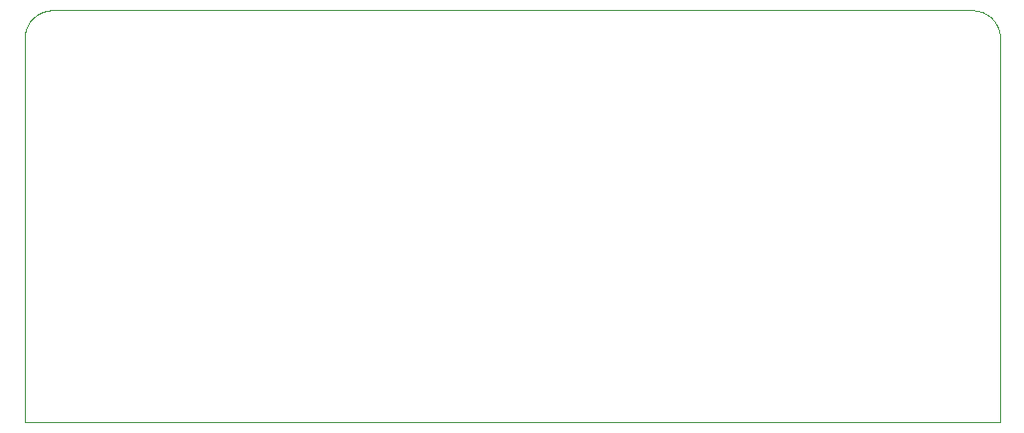
<source format=gko>
%FSLAX46Y46*%
%MOMM*%
%LPD*%
G01*
%ADD10C,0.050000*%
D10*
%LPD*%
%ADD11C,0.0305514*%
D11*
X0082179510Y0036205550D02*
G01*
X0003929941Y0036205550D01*
X0003929941Y0036205550D01*
X0003899214Y0036205420D01*
X0003838074Y0036203868D01*
X0003777330Y0036200785D01*
X0003716998Y0036196187D01*
X0003657099Y0036190095D01*
X0003597650Y0036182527D01*
X0003538670Y0036173502D01*
X0003480178Y0036163039D01*
X0003422192Y0036151156D01*
X0003364730Y0036137872D01*
X0003307812Y0036123207D01*
X0003251456Y0036107178D01*
X0003195681Y0036089805D01*
X0003140504Y0036071107D01*
X0003085945Y0036051102D01*
X0003032022Y0036029809D01*
X0002978754Y0036007247D01*
X0002926160Y0035983435D01*
X0002874257Y0035958391D01*
X0002823065Y0035932135D01*
X0002772601Y0035904685D01*
X0002722886Y0035876060D01*
X0002673936Y0035846279D01*
X0002625771Y0035815361D01*
X0002578410Y0035783324D01*
X0002531871Y0035750188D01*
X0002486172Y0035715971D01*
X0002441332Y0035680691D01*
X0002397369Y0035644368D01*
X0002354303Y0035607021D01*
X0002312151Y0035568669D01*
X0002270933Y0035529329D01*
X0002230667Y0035489021D01*
X0002191371Y0035447765D01*
X0002153065Y0035405577D01*
X0002115765Y0035362479D01*
X0002079493Y0035318487D01*
X0002044264Y0035273622D01*
X0002010099Y0035227901D01*
X0001977016Y0035181345D01*
X0001945034Y0035133970D01*
X0001914170Y0035085797D01*
X0001884445Y0035036844D01*
X0001855875Y0034987130D01*
X0001828480Y0034936674D01*
X0001802278Y0034885495D01*
X0001777289Y0034833610D01*
X0001753529Y0034781040D01*
X0001731019Y0034727803D01*
X0001709777Y0034673918D01*
X0001689820Y0034619404D01*
X0001671168Y0034564279D01*
X0001653840Y0034508562D01*
X0001637853Y0034452272D01*
X0001623227Y0034395428D01*
X0001609980Y0034338049D01*
X0001598131Y0034280153D01*
X0001587698Y0034221760D01*
X0001578699Y0034162888D01*
X0001571154Y0034103556D01*
X0001565081Y0034043782D01*
X0001560498Y0033983586D01*
X0001557424Y0033922987D01*
X0001555878Y0033862003D01*
X0001555749Y0033831357D01*
X0001555749Y0001065388D01*
X0084553699Y0001065388D01*
X0084553699Y0033831357D01*
X0084553699Y0033831357D01*
X0084553569Y0033862085D01*
X0084552018Y0033923224D01*
X0084548934Y0033983969D01*
X0084544337Y0034044300D01*
X0084538245Y0034104199D01*
X0084530677Y0034163648D01*
X0084521652Y0034222628D01*
X0084511188Y0034281120D01*
X0084499305Y0034339106D01*
X0084486022Y0034396568D01*
X0084471356Y0034453486D01*
X0084455327Y0034509842D01*
X0084437954Y0034565617D01*
X0084419256Y0034620794D01*
X0084399251Y0034675353D01*
X0084377958Y0034729276D01*
X0084355396Y0034782544D01*
X0084331584Y0034835138D01*
X0084306541Y0034887041D01*
X0084280284Y0034938233D01*
X0084252835Y0034988697D01*
X0084224210Y0035038412D01*
X0084194429Y0035087362D01*
X0084163511Y0035135527D01*
X0084131474Y0035182888D01*
X0084098338Y0035229428D01*
X0084064120Y0035275127D01*
X0084028841Y0035319967D01*
X0083992518Y0035363929D01*
X0083955171Y0035406995D01*
X0083916818Y0035449147D01*
X0083877479Y0035490365D01*
X0083837171Y0035530631D01*
X0083795915Y0035569927D01*
X0083753727Y0035608234D01*
X0083710629Y0035645533D01*
X0083666637Y0035681806D01*
X0083621772Y0035717034D01*
X0083576052Y0035751199D01*
X0083529495Y0035784282D01*
X0083482120Y0035816264D01*
X0083433948Y0035847128D01*
X0083384995Y0035876854D01*
X0083335281Y0035905423D01*
X0083284825Y0035932818D01*
X0083233645Y0035959020D01*
X0083181761Y0035984009D01*
X0083129191Y0036007769D01*
X0083075954Y0036030279D01*
X0083022069Y0036051522D01*
X0082967555Y0036071478D01*
X0082912430Y0036090130D01*
X0082856713Y0036107458D01*
X0082800423Y0036123445D01*
X0082743580Y0036138071D01*
X0082686201Y0036151318D01*
X0082628305Y0036163167D01*
X0082569912Y0036173600D01*
X0082511040Y0036182599D01*
X0082451708Y0036190144D01*
X0082391935Y0036196217D01*
X0082331739Y0036200800D01*
X0082271140Y0036203874D01*
X0082210156Y0036205420D01*
X0082179510Y0036205550D01*
X0082179510Y0036205550D01*
M02*

</source>
